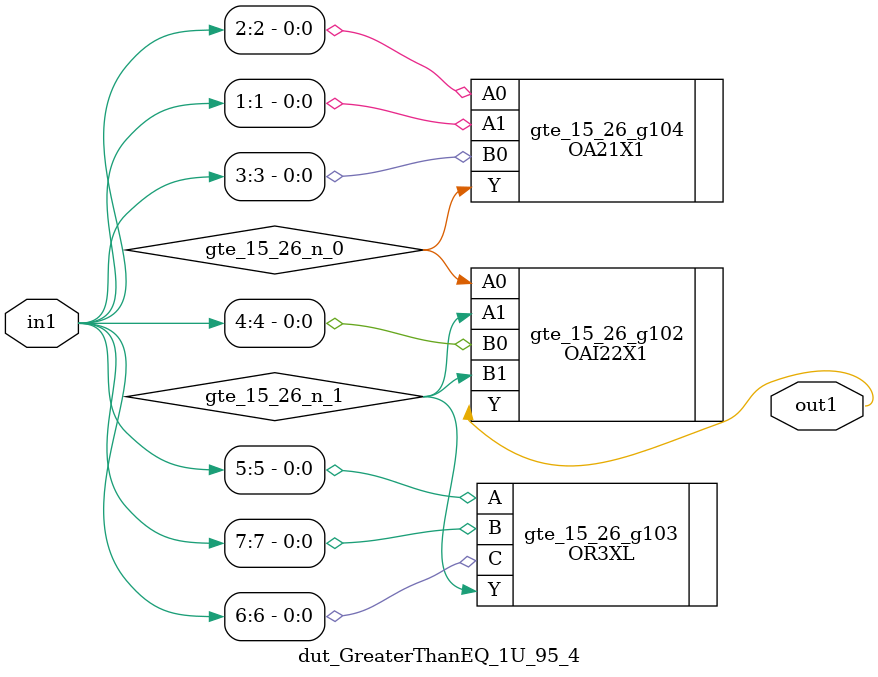
<source format=v>
`timescale 1ps / 1ps


module dut_GreaterThanEQ_1U_95_4(in1, out1);
  input [7:0] in1;
  output out1;
  wire [7:0] in1;
  wire out1;
  wire gte_15_26_n_0, gte_15_26_n_1;
  OAI22X1 gte_15_26_g102(.A0 (gte_15_26_n_0), .A1 (gte_15_26_n_1), .B0
       (in1[4]), .B1 (gte_15_26_n_1), .Y (out1));
  OR3XL gte_15_26_g103(.A (in1[5]), .B (in1[7]), .C (in1[6]), .Y
       (gte_15_26_n_1));
  OA21X1 gte_15_26_g104(.A0 (in1[2]), .A1 (in1[1]), .B0 (in1[3]), .Y
       (gte_15_26_n_0));
endmodule



</source>
